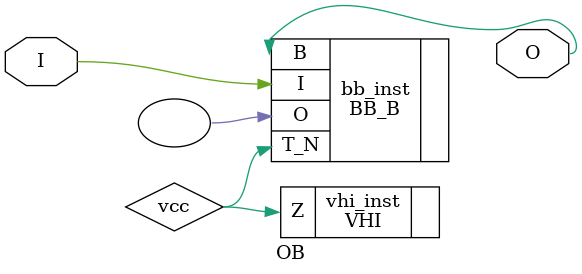
<source format=v>
`timescale 1ns/1ns
module OB(I, O); // synthesis syn_black_box black_box_pad_pin="O"
    (* \desc = "Data from fabric" *)
    input I;
    (* \desc = "Data to pad" *)
    output O;

    wire vcc;
    VHI vhi_inst(.Z(vcc));
	
    BB_B bb_inst(.B(O), .T_N(vcc), .I(I), .O());
endmodule

</source>
